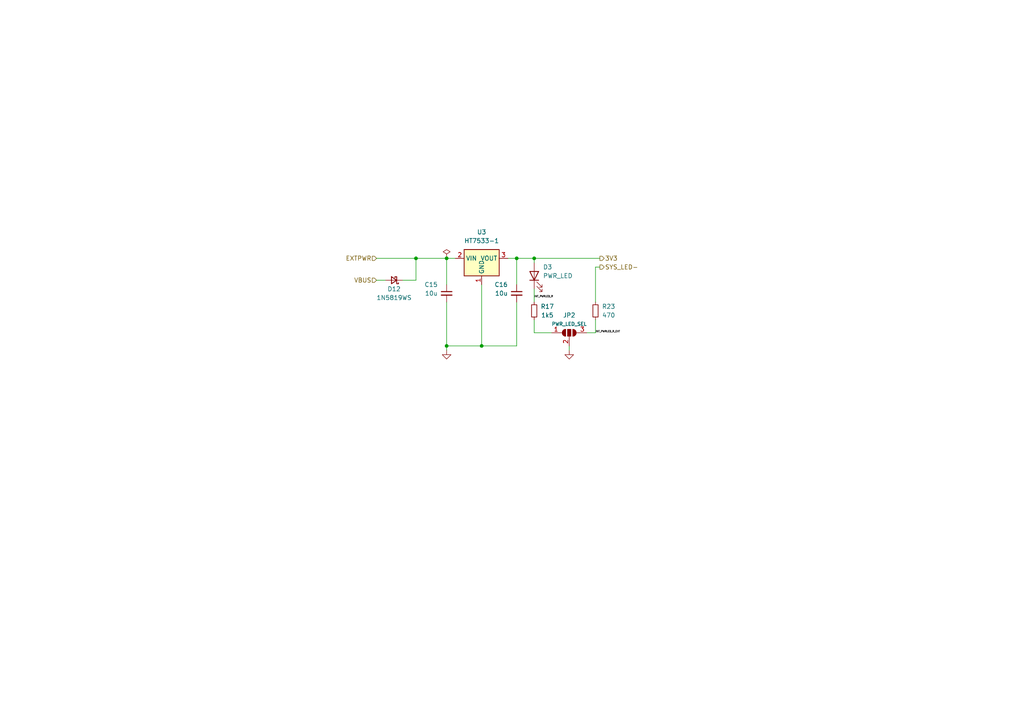
<source format=kicad_sch>
(kicad_sch (version 20211123) (generator eeschema)
  (paper "A4")
  (lib_symbols
    (symbol "Device:C_Small" (pin_numbers hide) (pin_names (offset 0.254) hide)
      (property "Reference" "C" (at 0.254 1.778 0))
      (property "Value" "C_Small" (at 0.254 -2.032 0))
      (symbol "C_Small_0_1"
        (polyline (pts (xy -1.524 -0.508) (xy 1.524 -0.508)) (stroke (width 0.3302)))
        (polyline (pts (xy -1.524 0.508) (xy 1.524 0.508)) (stroke (width 0.3048)))
      )
      (symbol "C_Small_1_1"
        (pin passive line (at 0 2.54 270) (length 2.032) (name "~") (number "1"))
        (pin passive line (at 0 -2.54 90) (length 2.032) (name "~") (number "2"))
      )
    )
    (symbol "Device:D_Schottky_Small" (pin_numbers hide) (pin_names (offset 0.254) hide)
      (property "Reference" "D" (at -1.27 2.032 0))
      (property "Value" "D_Schottky_Small" (at -7.112 -2.032 0))
      (symbol "D_Schottky_Small_0_1"
        (polyline (pts (xy -0.762 0) (xy 0.762 0)))
        (polyline (pts (xy 0.762 -1.016) (xy -0.762 0) (xy 0.762 1.016) (xy 0.762 -1.016)) (stroke (width 0.254)))
        (polyline (pts (xy -1.27 0.762) (xy -1.27 1.016) (xy -0.762 1.016) (xy -0.762 -1.016) (xy -0.254 -1.016) (xy -0.254 -0.762)) (stroke (width 0.254)))
      )
      (symbol "D_Schottky_Small_1_1"
        (pin passive line (at -2.54 0 0) (length 1.778) (name "K") (number "1"))
        (pin passive line (at 2.54 0 180) (length 1.778) (name "A") (number "2"))
      )
    )
    (symbol "Device:LED" (pin_numbers hide) (pin_names (offset 1.016) hide)
      (property "Reference" "D" (at 0 2.54 0))
      (property "Value" "LED" (at 0 -2.54 0))
      (symbol "LED_0_1"
        (polyline (pts (xy -1.27 -1.27) (xy -1.27 1.27)) (stroke (width 0.254)))
        (polyline (pts (xy -1.27 0) (xy 1.27 0)))
        (polyline (pts (xy 1.27 -1.27) (xy 1.27 1.27) (xy -1.27 0) (xy 1.27 -1.27)) (stroke (width 0.254)))
        (polyline (pts (xy -3.048 -0.762) (xy -4.572 -2.286) (xy -3.81 -2.286) (xy -4.572 -2.286) (xy -4.572 -1.524)))
        (polyline (pts (xy -1.778 -0.762) (xy -3.302 -2.286) (xy -2.54 -2.286) (xy -3.302 -2.286) (xy -3.302 -1.524)))
      )
      (symbol "LED_1_1"
        (pin passive line (at -3.81 0 0) (length 2.54) (name "K") (number "1"))
        (pin passive line (at 3.81 0 180) (length 2.54) (name "A") (number "2"))
      )
    )
    (symbol "Device:R_Small" (pin_numbers hide) (pin_names (offset 0.254) hide)
      (property "Reference" "R" (at 0.762 0.508 0))
      (property "Value" "R_Small" (at 0.762 -1.016 0))
      (symbol "R_Small_0_1"
        (rectangle (start -0.762 1.778) (end 0.762 -1.778) (stroke (width 0.2032)))
      )
      (symbol "R_Small_1_1"
        (pin passive line (at 0 2.54 270) (length 0.762) (name "~") (number "1"))
        (pin passive line (at 0 -2.54 90) (length 0.762) (name "~") (number "2"))
      )
    )
    (symbol "Jumper:SolderJumper_3_Open" (pin_names (offset 0) hide)
      (property "Reference" "JP" (at -2.54 -2.54 0))
      (property "Value" "SolderJumper_3_Open" (at 0 2.794 0))
      (symbol "SolderJumper_3_Open_0_1"
        (arc (start -1.016 1.016) (mid -2.032 0) (end -1.016 -1.016))
        (arc (start -1.016 1.016) (mid -2.032 0) (end -1.016 -1.016) (fill (type outline)))
        (rectangle (start -0.508 1.016) (end 0.508 -1.016) (fill (type outline)))
        (polyline (pts (xy -2.54 0) (xy -2.032 0)))
        (polyline (pts (xy -1.016 1.016) (xy -1.016 -1.016)))
        (polyline (pts (xy 0 -1.27) (xy 0 -1.016)))
        (polyline (pts (xy 1.016 1.016) (xy 1.016 -1.016)))
        (polyline (pts (xy 2.54 0) (xy 2.032 0)))
        (arc (start 1.016 -1.016) (mid 2.032 0) (end 1.016 1.016))
        (arc (start 1.016 -1.016) (mid 2.032 0) (end 1.016 1.016) (fill (type outline)))
      )
      (symbol "SolderJumper_3_Open_1_1"
        (pin passive line (at -5.08 0 0) (length 2.54) (name "A") (number "1"))
        (pin passive line (at 0 -3.81 90) (length 2.54) (name "C") (number "2"))
        (pin passive line (at 5.08 0 180) (length 2.54) (name "B") (number "3"))
      )
    )
    (symbol "Regulator_Linear:HT75xx-1-SOT89"
      (property "Reference" "U" (at -5.08 -3.81 0))
      (property "Value" "HT75xx-1-SOT89" (at 0 6.35 0))
      (symbol "HT75xx-1-SOT89_0_1"
        (rectangle (start -5.08 5.08) (end 5.08 -2.54) (stroke (width 0.254)) (fill (type background)))
      )
      (symbol "HT75xx-1-SOT89_1_1"
        (pin power_in line (at 0 -5.08 90) (length 2.54) (name "GND") (number "1"))
        (pin power_in line (at -7.62 2.54 0) (length 2.54) (name "VIN") (number "2"))
        (pin power_out line (at 7.62 2.54 180) (length 2.54) (name "VOUT") (number "3"))
      )
    )
    (symbol "power:GND" (power) (pin_names (offset 0))
      (property "Value" "GND" (at 0 -3.81 0))
      (symbol "GND_0_1"
        (polyline (pts (xy 0 0) (xy 0 -1.27) (xy 1.27 -1.27) (xy 0 -2.54) (xy -1.27 -1.27) (xy 0 -1.27)))
      )
      (symbol "GND_1_1"
        (pin power_in line (at 0 0 270) (length 0) hide (name "GND") (number "1"))
      )
    )
    (symbol "power:PWR_FLAG" (power) (pin_numbers hide) (pin_names (offset 0) hide)
      (property "Value" "PWR_FLAG" (at 0 3.81 0))
      (symbol "PWR_FLAG_0_0"
        (pin power_out line (at 0 0 90) (length 0) (name "pwr") (number "1"))
      )
      (symbol "PWR_FLAG_0_1"
        (polyline (pts (xy 0 0) (xy 0 1.27) (xy -1.016 1.905) (xy 0 2.54) (xy 1.016 1.905) (xy 0 1.27)))
      )
    )
  )
  (junction (at 129.54 74.93))
  (junction (at 154.94 74.93))
  (junction (at 120.65 74.93))
  (junction (at 129.54 100.33))
  (junction (at 139.7 100.33))
  (junction (at 149.86 74.93))
  (wire (pts (xy 129.54 100.33) (xy 129.54 101.6)))
  (wire (pts (xy 149.86 87.63) (xy 149.86 100.33)))
  (wire (pts (xy 154.94 83.82) (xy 154.94 87.63)))
  (wire (pts (xy 129.54 87.63) (xy 129.54 100.33)))
  (wire (pts (xy 109.22 81.28) (xy 111.76 81.28)))
  (wire (pts (xy 172.72 92.71) (xy 172.72 96.52)))
  (wire (pts (xy 149.86 74.93) (xy 154.94 74.93)))
  (wire (pts (xy 154.94 96.52) (xy 160.02 96.52)))
  (wire (pts (xy 129.54 74.93) (xy 132.08 74.93)))
  (wire (pts (xy 172.72 96.52) (xy 170.18 96.52)))
  (wire (pts (xy 154.94 74.93) (xy 154.94 76.2)))
  (wire (pts (xy 139.7 100.33) (xy 149.86 100.33)))
  (wire (pts (xy 139.7 100.33) (xy 139.7 82.55)))
  (wire (pts (xy 120.65 74.93) (xy 129.54 74.93)))
  (wire (pts (xy 120.65 81.28) (xy 120.65 74.93)))
  (wire (pts (xy 109.22 74.93) (xy 120.65 74.93)))
  (wire (pts (xy 129.54 100.33) (xy 139.7 100.33)))
  (wire (pts (xy 154.94 96.52) (xy 154.94 92.71)))
  (wire (pts (xy 149.86 74.93) (xy 149.86 82.55)))
  (wire (pts (xy 129.54 74.93) (xy 129.54 82.55)))
  (wire (pts (xy 173.99 77.47) (xy 172.72 77.47)))
  (wire (pts (xy 165.1 101.6) (xy 165.1 100.33)))
  (wire (pts (xy 172.72 77.47) (xy 172.72 87.63)))
  (wire (pts (xy 147.32 74.93) (xy 149.86 74.93)))
  (wire (pts (xy 116.84 81.28) (xy 120.65 81.28)))
  (wire (pts (xy 154.94 74.93) (xy 173.99 74.93)))
  (label "INT_PWRLED_R" (at 154.94 86.36 0) (effects (font (size 0.5 0.5))))
  (label "INT_PWRLED_R_EXT" (at 172.72 96.52 0) (effects (font (size 0.5 0.5))))
  (hierarchical_label "VBUS" (shape input) (at 109.22 81.28 180))
  (hierarchical_label "3V3" (shape output) (at 173.99 74.93 0))
  (hierarchical_label "SYS_LED-" (shape output) (at 173.99 77.47 0))
  (hierarchical_label "EXTPWR" (shape input) (at 109.22 74.93 180))
  (symbol (lib_id "Device:LED") (at 154.94 80.01 90) (unit 1)
    (property "Reference" "D3" (at 157.48 77.47 90) (effects (justify right)))
    (property "Value" "PWR_LED" (at 157.48 80.01 90) (effects (justify right)))
    (property "Footprint" "Diode_SMD:D_0603_1608Metric" (effects hide))
    (property "MFR" "KT-0603R" (effects hide))
    (property "JLCPCB Part" "C2286" (effects hide))
  )
  (symbol (lib_id "Device:R_Small") (at 172.72 90.17 180) (unit 1)
    (property "Reference" "R23" (at 176.53 88.9 0))
    (property "Value" "470" (at 176.53 91.44 0))
    (property "Footprint" "Resistor_SMD:R_0402_1005Metric_Pad0.72x0.64mm_HandSolder" (effects hide))
  )
  (symbol (lib_id "Regulator_Linear:HT75xx-1-SOT89") (at 139.7 77.47 0) (unit 1)
    (property "Reference" "U3" (at 139.7 67.31 0))
    (property "Value" "HT7533-1" (at 139.7 69.85 0))
    (property "Footprint" "Package_TO_SOT_SMD:SOT-89-3" (effects hide))
    (property "Datasheet" "https://www.holtek.com/documents/10179/116711/HT75xx-1v250.pdf" (effects hide))
    (property "JLCPCB Part" "C14289" (effects hide))
    (property "MFR" "HT7533-1" (effects hide))
  )
  (symbol (lib_id "power:GND") (at 129.54 101.6 0) (unit 1)
    (property "Reference" "#PWR0108" (effects hide))
    (property "Value" "GND" (effects hide))
  )
  (symbol (lib_id "Device:C_Small") (at 129.54 85.09 0) (mirror y) (unit 1)
    (property "Reference" "C15" (at 127 82.55 0) (effects (justify left)))
    (property "Value" "10u" (at 127 85.09 0) (effects (justify left)))
    (property "Footprint" "Capacitor_SMD:C_0603_1608Metric" (effects hide))
    (property "JLCPCB Part" "C96446" (effects hide))
    (property "MFR" "CL10A106MA8NRNC" (effects hide))
  )
  (symbol (lib_id "Jumper:SolderJumper_3_Open") (at 165.1 96.52 0) (unit 1)
    (property "Reference" "JP2" (at 165.1 91.44 0))
    (property "Value" "PWR_LED_SEL" (at 165.1 93.98 0) (effects (font (size 1 1))))
    (property "Footprint" "Jumper:SolderJumper-3_P1.3mm_Open_RoundedPad1.0x1.5mm" (effects hide))
  )
  (symbol (lib_id "Device:C_Small") (at 149.86 85.09 0) (mirror y) (unit 1)
    (property "Reference" "C16" (at 147.32 82.55 0) (effects (justify left)))
    (property "Value" "10u" (at 147.32 85.09 0) (effects (justify left)))
    (property "Footprint" "Capacitor_SMD:C_0603_1608Metric" (effects hide))
    (property "JLCPCB Part" "C96446" (effects hide))
    (property "MFR" "CL10A106MA8NRNC" (effects hide))
  )
  (symbol (lib_id "power:GND") (at 165.1 101.6 0) (unit 1)
    (property "Reference" "#PWR03" (effects hide))
    (property "Value" "GND" (effects hide))
  )
  (symbol (lib_id "Device:D_Schottky_Small") (at 114.3 81.28 180) (unit 1)
    (property "Reference" "D12" (at 114.3 83.82 0))
    (property "Value" "1N5819WS" (at 114.3 86.36 0))
    (property "Footprint" "Diode_SMD:D_SOD-323" (effects hide))
  )
  (symbol (lib_id "Device:R_Small") (at 154.94 90.17 180) (unit 1)
    (property "Reference" "R17" (at 158.75 88.9 0))
    (property "Value" "1k5" (at 158.75 91.44 0))
    (property "Footprint" "Resistor_SMD:R_0402_1005Metric_Pad0.72x0.64mm_HandSolder" (effects hide))
  )
  (symbol (lib_id "power:PWR_FLAG") (at 129.54 74.93 0) (unit 1)
    (property "Reference" "#FLG0105" (effects hide))
    (property "Value" "PWR_FLAG" (effects hide))
  )
)
</source>
